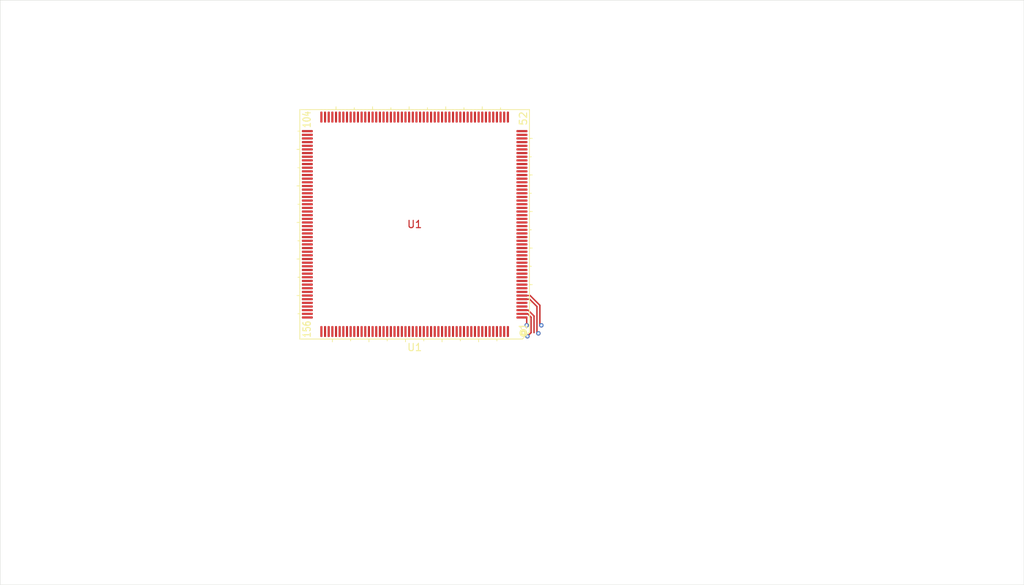
<source format=kicad_pcb>
(kicad_pcb (version 20241229) (generator "pcbnew") (generator_version "9.0")
  (layers (0 "F.Cu" signal) (4 "In1.Cu" signal) (6 "In2.Cu" signal) (2 "B.Cu" signal) (13 "F.Paste" user) (15 "B.Paste" user) (5 "F.SilkS" user "F.Silkscreen") (7 "B.SilkS" user "B.Silkscreen") (1 "F.Mask" user) (3 "B.Mask" user) (25 "Edge.Cuts" user))
  (net 0 "")
  (net 35 "unconnected-(U1-DATA18{slash}GPB2{slash}TCLK1-Pad6)")
  (net 37 "unconnected-(U1-VSSIO-Pad1)")
  (net 93 "unconnected-(U1-DATA14-Pad2)")
  (net 150 "unconnected-(U1-DATA19{slash}GPB3{slash}TXD1-Pad7)")
  (net 185 "unconnected-(U1-DATA15-Pad3)")
  (footprint "PCM_Package_QFP_AKL:LQFP-208_28x28mm_P0.5mm" (layer "F.Cu") (at 121.675 65.675 180)
    (property "Reference" "U1" (at 0 -16.843 0) (layer "F.SilkS"))
    (property "Value" "~" (hide yes))
    (fp_line (start 15.954 12.75) (end 15.702 12.75) (stroke (width 0.12)) (layer "F.SilkS"))
    (fp_line (start 15.702 10.25) (end 16.081 10.25) (stroke (width 0.12)) (layer "F.SilkS"))
    (fp_line (start 15.702 7.75) (end 15.954 7.75) (stroke (width 0.12)) (layer "F.SilkS"))
    (fp_line (start 15.702 5.25) (end 16.081 5.25) (stroke (width 0.12)) (layer "F.SilkS"))
    (fp_line (start 15.702 2.75) (end 15.954 2.75) (stroke (width 0.12)) (layer "F.SilkS"))
    (fp_line (start 15.702 0.25) (end 16.081 0.25) (stroke (width 0.12)) (layer "F.SilkS"))
    (fp_line (start 15.702 -2.25) (end 15.954 -2.25) (stroke (width 0.12)) (layer "F.SilkS"))
    (fp_line (start 15.702 -4.75) (end 16.081 -4.75) (stroke (width 0.12)) (layer "F.SilkS"))
    (fp_line (start 15.702 -7.25) (end 15.954 -7.25) (stroke (width 0.12)) (layer "F.SilkS"))
    (fp_line (start 15.702 -9.75) (end 16.081 -9.75) (stroke (width 0.12)) (layer "F.SilkS"))
    (fp_line (start 15.702 -12.25) (end 15.954 -12.25) (stroke (width 0.12)) (layer "F.SilkS"))
    (fp_line (start 15.7 15.7) (end 15.7 -15.7) (stroke (width 0.12)) (layer "F.SilkS"))
    (fp_line (start 15.7 -15.7) (end -14.732 -15.7) (stroke (width 0.12)) (layer "F.SilkS"))
    (fp_line (start 11.25 -15.702) (end 11.25 -16.081) (stroke (width 0.12)) (layer "F.SilkS"))
    (fp_line (start 10.75 15.702) (end 10.75 16.081) (stroke (width 0.12)) (layer "F.SilkS"))
    (fp_line (start 8.75 -15.702) (end 8.75 -15.954) (stroke (width 0.12)) (layer "F.SilkS"))
    (fp_line (start 8.25 15.702) (end 8.25 15.954) (stroke (width 0.12)) (layer "F.SilkS"))
    (fp_line (start 6.25 -15.702) (end 6.25 -16.081) (stroke (width 0.12)) (layer "F.SilkS"))
    (fp_line (start 5.75 15.702) (end 5.75 16.081) (stroke (width 0.12)) (layer "F.SilkS"))
    (fp_line (start 3.75 -15.702) (end 3.75 -15.954) (stroke (width 0.12)) (layer "F.SilkS"))
    (fp_line (start 3.25 15.702) (end 3.25 15.954) (stroke (width 0.12)) (layer "F.SilkS"))
    (fp_line (start 1.25 -15.702) (end 1.25 -16.081) (stroke (width 0.12)) (layer "F.SilkS"))
    (fp_line (start 0.75 15.702) (end 0.75 16.081) (stroke (width 0.12)) (layer "F.SilkS"))
    (fp_line (start -1.25 -15.702) (end -1.25 -15.954) (stroke (width 0.12)) (layer "F.SilkS"))
    (fp_line (start -1.75 15.702) (end -1.75 15.954) (stroke (width 0.12)) (layer "F.SilkS"))
    (fp_line (start -3.75 -15.702) (end -3.75 -16.081) (stroke (width 0.12)) (layer "F.SilkS"))
    (fp_line (start -4.25 15.702) (end -4.25 16.081) (stroke (width 0.12)) (layer "F.SilkS"))
    (fp_line (start -6.25 -15.702) (end -6.25 -15.954) (stroke (width 0.12)) (layer "F.SilkS"))
    (fp_line (start -6.75 15.702) (end -6.75 15.954) (stroke (width 0.12)) (layer "F.SilkS"))
    (fp_line (start -8.75 -15.702) (end -8.75 -16.081) (stroke (width 0.12)) (layer "F.SilkS"))
    (fp_line (start -9.25 15.702) (end -9.25 16.081) (stroke (width 0.12)) (layer "F.SilkS"))
    (fp_line (start -11.25 -15.702) (end -11.25 -15.954) (stroke (width 0.12)) (layer "F.SilkS"))
    (fp_line (start -11.75 15.7) (end -11.75 15.954) (stroke (width 0.12)) (layer "F.SilkS"))
    (fp_line (start -14.732 -15.7) (end -15.7 -14.732) (stroke (width 0.12)) (layer "F.SilkS"))
    (fp_line (start -15.7 15.7) (end 15.7 15.7) (stroke (width 0.12)) (layer "F.SilkS"))
    (fp_line (start -15.7 -5.75) (end -15.954 -5.75) (stroke (width 0.12)) (layer "F.SilkS"))
    (fp_line (start -15.7 -8.25) (end -16.081 -8.25) (stroke (width 0.12)) (layer "F.SilkS"))
    (fp_line (start -15.7 -14.732) (end -15.7 15.7) (stroke (width 0.12)) (layer "F.SilkS"))
    (fp_line (start -15.702 11.75) (end -16.081 11.75) (stroke (width 0.12)) (layer "F.SilkS"))
    (fp_line (start -15.702 9.25) (end -15.954 9.25) (stroke (width 0.12)) (layer "F.SilkS"))
    (fp_line (start -15.702 6.75) (end -16.081 6.75) (stroke (width 0.12)) (layer "F.SilkS"))
    (fp_line (start -15.702 4.25) (end -15.954 4.25) (stroke (width 0.12)) (layer "F.SilkS"))
    (fp_line (start -15.702 1.75) (end -16.081 1.75) (stroke (width 0.12)) (layer "F.SilkS"))
    (fp_line (start -15.702 -0.75) (end -15.954 -0.75) (stroke (width 0.12)) (layer "F.SilkS"))
    (fp_line (start -15.702 -3.25) (end -16.081 -3.25) (stroke (width 0.12)) (layer "F.SilkS"))
    (fp_line (start -15.702 -10.75) (end -15.954 -10.75) (stroke (width 0.12)) (layer "F.SilkS"))
    (fp_circle (center -14.859 -14.859) (end -14.732 -14.859) (stroke (width 0.4)) (fill no) (layer "F.SilkS"))
    (fp_text user "U1" (at 0 0 0) (layer "F.Cu"))
    (fp_text user "1" (at -14.859 -13.97 90) (layer "F.SilkS"))
    (fp_text user "104" (at 14.732 14.351 90) (layer "F.SilkS") (effects (font (size 1 0.8))))
    (fp_text user "52" (at -14.859 14.478 90) (layer "F.SilkS"))
    (fp_text user "156" (at 14.732 -14.351 90) (layer "F.SilkS") (effects (font (size 1 0.8))))
    (pad "1" smd roundrect (at -14.675 -12.75 180) (size 1.5 0.3) (layers "F.Cu" "F.Mask" "F.Paste") (net 37 "unconnected-(U1-VSSIO-Pad1)"))
    (pad "2" smd roundrect (at -14.675 -12.25 180) (size 1.5 0.3) (layers "F.Cu" "F.Mask" "F.Paste") (net 93 "unconnected-(U1-DATA14-Pad2)"))
    (pad "3" smd roundrect (at -14.675 -11.75 180) (size 1.5 0.3) (layers "F.Cu" "F.Mask" "F.Paste") (net 185 "unconnected-(U1-DATA15-Pad3)"))
    (pad "4" smd roundrect (at -14.675 -11.25 180) (size 1.5 0.3) (layers "F.Cu" "F.Mask" "F.Paste"))
    (pad "5" smd roundrect (at -14.675 -10.75 180) (size 1.5 0.3) (layers "F.Cu" "F.Mask" "F.Paste"))
    (pad "6" smd roundrect (at -14.675 -10.25 180) (size 1.5 0.3) (layers "F.Cu" "F.Mask" "F.Paste") (net 35 "unconnected-(U1-DATA18{slash}GPB2{slash}TCLK1-Pad6)"))
    (pad "7" smd roundrect (at -14.675 -9.75 180) (size 1.5 0.3) (layers "F.Cu" "F.Mask" "F.Paste") (net 150 "unconnected-(U1-DATA19{slash}GPB3{slash}TXD1-Pad7)"))
    (pad "8" smd roundrect (at -14.675 -9.25 180) (size 1.5 0.3) (layers "F.Cu" "F.Mask" "F.Paste"))
    (pad "9" smd roundrect (at -14.675 -8.75 180) (size 1.5 0.3) (layers "F.Cu" "F.Mask" "F.Paste"))
    (pad "10" smd roundrect (at -14.675 -8.25 180) (size 1.5 0.3) (layers "F.Cu" "F.Mask" "F.Paste"))
    (pad "11" smd roundrect (at -14.675 -7.75 180) (size 1.5 0.3) (layers "F.Cu" "F.Mask" "F.Paste"))
    (pad "12" smd roundrect (at -14.675 -7.25 180) (size 1.5 0.3) (layers "F.Cu" "F.Mask" "F.Paste"))
    (pad "13" smd roundrect (at -14.675 -6.75 180) (size 1.5 0.3) (layers "F.Cu" "F.Mask" "F.Paste"))
    (pad "14" smd roundrect (at -14.675 -6.25 180) (size 1.5 0.3) (layers "F.Cu" "F.Mask" "F.Paste"))
    (pad "15" smd roundrect (at -14.675 -5.75 180) (size 1.5 0.3) (layers "F.Cu" "F.Mask" "F.Paste"))
    (pad "16" smd roundrect (at -14.675 -5.25 180) (size 1.5 0.3) (layers "F.Cu" "F.Mask" "F.Paste"))
    (pad "17" smd roundrect (at -14.675 -4.75 180) (size 1.5 0.3) (layers "F.Cu" "F.Mask" "F.Paste"))
    (pad "18" smd roundrect (at -14.675 -4.25 180) (size 1.5 0.3) (layers "F.Cu" "F.Mask" "F.Paste"))
    (pad "19" smd roundrect (at -14.675 -3.75 180) (size 1.5 0.3) (layers "F.Cu" "F.Mask" "F.Paste"))
    (pad "20" smd roundrect (at -14.675 -3.25 180) (size 1.5 0.3) (layers "F.Cu" "F.Mask" "F.Paste"))
    (pad "21" smd roundrect (at -14.675 -2.75 180) (size 1.5 0.3) (layers "F.Cu" "F.Mask" "F.Paste"))
    (pad "22" smd roundrect (at -14.675 -2.25 180) (size 1.5 0.3) (layers "F.Cu" "F.Mask" "F.Paste"))
    (pad "23" smd roundrect (at -14.675 -1.75 180) (size 1.5 0.3) (layers "F.Cu" "F.Mask" "F.Paste"))
    (pad "24" smd roundrect (at -14.675 -1.25 180) (size 1.5 0.3) (layers "F.Cu" "F.Mask" "F.Paste"))
    (pad "25" smd roundrect (at -14.675 -0.75 180) (size 1.5 0.3) (layers "F.Cu" "F.Mask" "F.Paste"))
    (pad "26" smd roundrect (at -14.675 -0.25 180) (size 1.5 0.3) (layers "F.Cu" "F.Mask" "F.Paste"))
    (pad "27" smd roundrect (at -14.675 0.25 180) (size 1.5 0.3) (layers "F.Cu" "F.Mask" "F.Paste"))
    (pad "28" smd roundrect (at -14.675 0.75 180) (size 1.5 0.3) (layers "F.Cu" "F.Mask" "F.Paste"))
    (pad "29" smd roundrect (at -14.675 1.25 180) (size 1.5 0.3) (layers "F.Cu" "F.Mask" "F.Paste"))
    (pad "30" smd roundrect (at -14.675 1.75 180) (size 1.5 0.3) (layers "F.Cu" "F.Mask" "F.Paste"))
    (pad "31" smd roundrect (at -14.675 2.25 180) (size 1.5 0.3) (layers "F.Cu" "F.Mask" "F.Paste"))
    (pad "32" smd roundrect (at -14.675 2.75 180) (size 1.5 0.3) (layers "F.Cu" "F.Mask" "F.Paste"))
    (pad "33" smd roundrect (at -14.675 3.25 180) (size 1.5 0.3) (layers "F.Cu" "F.Mask" "F.Paste"))
    (pad "34" smd roundrect (at -14.675 3.75 180) (size 1.5 0.3) (layers "F.Cu" "F.Mask" "F.Paste"))
    (pad "35" smd roundrect (at -14.675 4.25 180) (size 1.5 0.3) (layers "F.Cu" "F.Mask" "F.Paste"))
    (pad "36" smd roundrect (at -14.675 4.75 180) (size 1.5 0.3) (layers "F.Cu" "F.Mask" "F.Paste"))
    (pad "37" smd roundrect (at -14.675 5.25 180) (size 1.5 0.3) (layers "F.Cu" "F.Mask" "F.Paste"))
    (pad "38" smd roundrect (at -14.675 5.75 180) (size 1.5 0.3) (layers "F.Cu" "F.Mask" "F.Paste"))
    (pad "39" smd roundrect (at -14.675 6.25 180) (size 1.5 0.3) (layers "F.Cu" "F.Mask" "F.Paste"))
    (pad "40" smd roundrect (at -14.675 6.75 180) (size 1.5 0.3) (layers "F.Cu" "F.Mask" "F.Paste"))
    (pad "41" smd roundrect (at -14.675 7.25 180) (size 1.5 0.3) (layers "F.Cu" "F.Mask" "F.Paste"))
    (pad "42" smd roundrect (at -14.675 7.75 180) (size 1.5 0.3) (layers "F.Cu" "F.Mask" "F.Paste"))
    (pad "43" smd roundrect (at -14.675 8.25 180) (size 1.5 0.3) (layers "F.Cu" "F.Mask" "F.Paste"))
    (pad "44" smd roundrect (at -14.675 8.75 180) (size 1.5 0.3) (layers "F.Cu" "F.Mask" "F.Paste"))
    (pad "45" smd roundrect (at -14.675 9.25 180) (size 1.5 0.3) (layers "F.Cu" "F.Mask" "F.Paste"))
    (pad "46" smd roundrect (at -14.675 9.75 180) (size 1.5 0.3) (layers "F.Cu" "F.Mask" "F.Paste"))
    (pad "47" smd roundrect (at -14.675 10.25 180) (size 1.5 0.3) (layers "F.Cu" "F.Mask" "F.Paste"))
    (pad "48" smd roundrect (at -14.675 10.75 180) (size 1.5 0.3) (layers "F.Cu" "F.Mask" "F.Paste"))
    (pad "49" smd roundrect (at -14.675 11.25 180) (size 1.5 0.3) (layers "F.Cu" "F.Mask" "F.Paste"))
    (pad "50" smd roundrect (at -14.675 11.75 180) (size 1.5 0.3) (layers "F.Cu" "F.Mask" "F.Paste"))
    (pad "51" smd roundrect (at -14.675 12.25 180) (size 1.5 0.3) (layers "F.Cu" "F.Mask" "F.Paste"))
    (pad "52" smd roundrect (at -14.675 12.75 180) (size 1.5 0.3) (layers "F.Cu" "F.Mask" "F.Paste"))
    (pad "53" smd roundrect (at -12.75 14.675 180) (size 0.3 1.5) (layers "F.Cu" "F.Mask" "F.Paste"))
    (pad "54" smd roundrect (at -12.25 14.675 180) (size 0.3 1.5) (layers "F.Cu" "F.Mask" "F.Paste"))
    (pad "55" smd roundrect (at -11.75 14.675 180) (size 0.3 1.5) (layers "F.Cu" "F.Mask" "F.Paste"))
    (pad "56" smd roundrect (at -11.25 14.675 180) (size 0.3 1.5) (layers "F.Cu" "F.Mask" "F.Paste"))
    (pad "57" smd roundrect (at -10.75 14.675 180) (size 0.3 1.5) (layers "F.Cu" "F.Mask" "F.Paste"))
    (pad "58" smd roundrect (at -10.25 14.675 180) (size 0.3 1.5) (layers "F.Cu" "F.Mask" "F.Paste"))
    (pad "59" smd roundrect (at -9.75 14.675 180) (size 0.3 1.5) (layers "F.Cu" "F.Mask" "F.Paste"))
    (pad "60" smd roundrect (at -9.25 14.675 180) (size 0.3 1.5) (layers "F.Cu" "F.Mask" "F.Paste"))
    (pad "61" smd roundrect (at -8.75 14.675 180) (size 0.3 1.5) (layers "F.Cu" "F.Mask" "F.Paste"))
    (pad "62" smd roundrect (at -8.25 14.675 180) (size 0.3 1.5) (layers "F.Cu" "F.Mask" "F.Paste"))
    (pad "63" smd roundrect (at -7.75 14.675 180) (size 0.3 1.5) (layers "F.Cu" "F.Mask" "F.Paste"))
    (pad "64" smd roundrect (at -7.25 14.675 180) (size 0.3 1.5) (layers "F.Cu" "F.Mask" "F.Paste"))
    (pad "65" smd roundrect (at -6.75 14.675 180) (size 0.3 1.5) (layers "F.Cu" "F.Mask" "F.Paste"))
    (pad "66" smd roundrect (at -6.25 14.675 180) (size 0.3 1.5) (layers "F.Cu" "F.Mask" "F.Paste"))
    (pad "67" smd roundrect (at -5.75 14.675 180) (size 0.3 1.5) (layers "F.Cu" "F.Mask" "F.Paste"))
    (pad "68" smd roundrect (at -5.25 14.675 180) (size 0.3 1.5) (layers "F.Cu" "F.Mask" "F.Paste"))
    (pad "69" smd roundrect (at -4.75 14.675 180) (size 0.3 1.5) (layers "F.Cu" "F.Mask" "F.Paste"))
    (pad "70" smd roundrect (at -4.25 14.675 180) (size 0.3 1.5) (layers "F.Cu" "F.Mask" "F.Paste"))
    (pad "71" smd roundrect (at -3.75 14.675 180) (size 0.3 1.5) (layers "F.Cu" "F.Mask" "F.Paste"))
    (pad "72" smd roundrect (at -3.25 14.675 180) (size 0.3 1.5) (layers "F.Cu" "F.Mask" "F.Paste"))
    (pad "73" smd roundrect (at -2.75 14.675 180) (size 0.3 1.5) (layers "F.Cu" "F.Mask" "F.Paste"))
    (pad "74" smd roundrect (at -2.25 14.675 180) (size 0.3 1.5) (layers "F.Cu" "F.Mask" "F.Paste"))
    (pad "75" smd roundrect (at -1.75 14.675 180) (size 0.3 1.5) (layers "F.Cu" "F.Mask" "F.Paste"))
    (pad "76" smd roundrect (at -1.25 14.675 180) (size 0.3 1.5) (layers "F.Cu" "F.Mask" "F.Paste"))
    (pad "77" smd roundrect (at -0.75 14.675 180) (size 0.3 1.5) (layers "F.Cu" "F.Mask" "F.Paste"))
    (pad "78" smd roundrect (at -0.25 14.675 180) (size 0.3 1.5) (layers "F.Cu" "F.Mask" "F.Paste"))
    (pad "79" smd roundrect (at 0.25 14.675 180) (size 0.3 1.5) (layers "F.Cu" "F.Mask" "F.Paste"))
    (pad "80" smd roundrect (at 0.75 14.675 180) (size 0.3 1.5) (layers "F.Cu" "F.Mask" "F.Paste"))
    (pad "81" smd roundrect (at 1.25 14.675 180) (size 0.3 1.5) (layers "F.Cu" "F.Mask" "F.Paste"))
    (pad "82" smd roundrect (at 1.75 14.675 180) (size 0.3 1.5) (layers "F.Cu" "F.Mask" "F.Paste"))
    (pad "83" smd roundrect (at 2.25 14.675 180) (size 0.3 1.5) (layers "F.Cu" "F.Mask" "F.Paste"))
    (pad "84" smd roundrect (at 2.75 14.675 180) (size 0.3 1.5) (layers "F.Cu" "F.Mask" "F.Paste"))
    (pad "85" smd roundrect (at 3.25 14.675 180) (size 0.3 1.5) (layers "F.Cu" "F.Mask" "F.Paste"))
    (pad "86" smd roundrect (at 3.75 14.675 180) (size 0.3 1.5) (layers "F.Cu" "F.Mask" "F.Paste"))
    (pad "87" smd roundrect (at 4.25 14.675 180) (size 0.3 1.5) (layers "F.Cu" "F.Mask" "F.Paste"))
    (pad "88" smd roundrect (at 4.75 14.675 180) (size 0.3 1.5) (layers "F.Cu" "F.Mask" "F.Paste"))
    (pad "89" smd roundrect (at 5.25 14.675 180) (size 0.3 1.5) (layers "F.Cu" "F.Mask" "F.Paste"))
    (pad "90" smd roundrect (at 5.75 14.675 180) (size 0.3 1.5) (layers "F.Cu" "F.Mask" "F.Paste"))
    (pad "91" smd roundrect (at 6.25 14.675 180) (size 0.3 1.5) (layers "F.Cu" "F.Mask" "F.Paste"))
    (pad "92" smd roundrect (at 6.75 14.675 180) (size 0.3 1.5) (layers "F.Cu" "F.Mask" "F.Paste"))
    (pad "93" smd roundrect (at 7.25 14.675 180) (size 0.3 1.5) (layers "F.Cu" "F.Mask" "F.Paste"))
    (pad "94" smd roundrect (at 7.75 14.675 180) (size 0.3 1.5) (layers "F.Cu" "F.Mask" "F.Paste"))
    (pad "95" smd roundrect (at 8.25 14.675 180) (size 0.3 1.5) (layers "F.Cu" "F.Mask" "F.Paste"))
    (pad "96" smd roundrect (at 8.75 14.675 180) (size 0.3 1.5) (layers "F.Cu" "F.Mask" "F.Paste"))
    (pad "97" smd roundrect (at 9.25 14.675 180) (size 0.3 1.5) (layers "F.Cu" "F.Mask" "F.Paste"))
    (pad "98" smd roundrect (at 9.75 14.675 180) (size 0.3 1.5) (layers "F.Cu" "F.Mask" "F.Paste"))
    (pad "99" smd roundrect (at 10.25 14.675 180) (size 0.3 1.5) (layers "F.Cu" "F.Mask" "F.Paste"))
    (pad "100" smd roundrect (at 10.75 14.675 180) (size 0.3 1.5) (layers "F.Cu" "F.Mask" "F.Paste"))
    (pad "101" smd roundrect (at 11.25 14.675 180) (size 0.3 1.5) (layers "F.Cu" "F.Mask" "F.Paste"))
    (pad "102" smd roundrect (at 11.75 14.675 180) (size 0.3 1.5) (layers "F.Cu" "F.Mask" "F.Paste"))
    (pad "103" smd roundrect (at 12.25 14.675 180) (size 0.3 1.5) (layers "F.Cu" "F.Mask" "F.Paste"))
    (pad "104" smd roundrect (at 12.75 14.675 180) (size 0.3 1.5) (layers "F.Cu" "F.Mask" "F.Paste"))
    (pad "105" smd roundrect (at 14.675 12.75 180) (size 1.5 0.3) (layers "F.Cu" "F.Mask" "F.Paste"))
    (pad "106" smd roundrect (at 14.675 12.25 180) (size 1.5 0.3) (layers "F.Cu" "F.Mask" "F.Paste"))
    (pad "107" smd roundrect (at 14.675 11.75 180) (size 1.5 0.3) (layers "F.Cu" "F.Mask" "F.Paste"))
    (pad "108" smd roundrect (at 14.675 11.25 180) (size 1.5 0.3) (layers "F.Cu" "F.Mask" "F.Paste"))
    (pad "109" smd roundrect (at 14.675 10.75 180) (size 1.5 0.3) (layers "F.Cu" "F.Mask" "F.Paste"))
    (pad "110" smd roundrect (at 14.675 10.25 180) (size 1.5 0.3) (layers "F.Cu" "F.Mask" "F.Paste"))
    (pad "111" smd roundrect (at 14.675 9.75 180) (size 1.5 0.3) (layers "F.Cu" "F.Mask" "F.Paste"))
    (pad "112" smd roundrect (at 14.675 9.25 180) (size 1.5 0.3) (layers "F.Cu" "F.Mask" "F.Paste"))
    (pad "113" smd roundrect (at 14.675 8.75 180) (size 1.5 0.3) (layers "F.Cu" "F.Mask" "F.Paste"))
    (pad "114" smd roundrect (at 14.675 8.25 180) (size 1.5 0.3) (layers "F.Cu" "F.Mask" "F.Paste"))
    (pad "115" smd roundrect (at 14.675 7.75 180) (size 1.5 0.3) (layers "F.Cu" "F.Mask" "F.Paste"))
    (pad "116" smd roundrect (at 14.675 7.25 180) (size 1.5 0.3) (layers "F.Cu" "F.Mask" "F.Paste"))
    (pad "117" smd roundrect (at 14.675 6.75 180) (size 1.5 0.3) (layers "F.Cu" "F.Mask" "F.Paste"))
    (pad "118" smd roundrect (at 14.675 6.25 180) (size 1.5 0.3) (layers "F.Cu" "F.Mask" "F.Paste"))
    (pad "119" smd roundrect (at 14.675 5.75 180) (size 1.5 0.3) (layers "F.Cu" "F.Mask" "F.Paste"))
    (pad "120" smd roundrect (at 14.675 5.25 180) (size 1.5 0.3) (layers "F.Cu" "F.Mask" "F.Paste"))
    (pad "121" smd roundrect (at 14.675 4.75 180) (size 1.5 0.3) (layers "F.Cu" "F.Mask" "F.Paste"))
    (pad "122" smd roundrect (at 14.675 4.25 180) (size 1.5 0.3) (layers "F.Cu" "F.Mask" "F.Paste"))
    (pad "123" smd roundrect (at 14.675 3.75 180) (size 1.5 0.3) (layers "F.Cu" "F.Mask" "F.Paste"))
    (pad "124" smd roundrect (at 14.675 3.25 180) (size 1.5 0.3) (layers "F.Cu" "F.Mask" "F.Paste"))
    (pad "125" smd roundrect (at 14.675 2.75 180) (size 1.5 0.3) (layers "F.Cu" "F.Mask" "F.Paste"))
    (pad "126" smd roundrect (at 14.675 2.25 180) (size 1.5 0.3) (layers "F.Cu" "F.Mask" "F.Paste"))
    (pad "127" smd roundrect (at 14.675 1.75 180) (size 1.5 0.3) (layers "F.Cu" "F.Mask" "F.Paste"))
    (pad "128" smd roundrect (at 14.675 1.25 180) (size 1.5 0.3) (layers "F.Cu" "F.Mask" "F.Paste"))
    (pad "129" smd roundrect (at 14.675 0.75 180) (size 1.5 0.3) (layers "F.Cu" "F.Mask" "F.Paste"))
    (pad "130" smd roundrect (at 14.675 0.25 180) (size 1.5 0.3) (layers "F.Cu" "F.Mask" "F.Paste"))
    (pad "131" smd roundrect (at 14.675 -0.25 180) (size 1.5 0.3) (layers "F.Cu" "F.Mask" "F.Paste"))
    (pad "132" smd roundrect (at 14.675 -0.75 180) (size 1.5 0.3) (layers "F.Cu" "F.Mask" "F.Paste"))
    (pad "133" smd roundrect (at 14.675 -1.25 180) (size 1.5 0.3) (layers "F.Cu" "F.Mask" "F.Paste"))
    (pad "134" smd roundrect (at 14.675 -1.75 180) (size 1.5 0.3) (layers "F.Cu" "F.Mask" "F.Paste"))
    (pad "135" smd roundrect (at 14.675 -2.25 180) (size 1.5 0.3) (layers "F.Cu" "F.Mask" "F.Paste"))
    (pad "136" smd roundrect (at 14.675 -2.75 180) (size 1.5 0.3) (layers "F.Cu" "F.Mask" "F.Paste"))
    (pad "137" smd roundrect (at 14.675 -3.25 180) (size 1.5 0.3) (layers "F.Cu" "F.Mask" "F.Paste"))
    (pad "138" smd roundrect (at 14.675 -3.75 180) (size 1.5 0.3) (layers "F.Cu" "F.Mask" "F.Paste"))
    (pad "139" smd roundrect (at 14.675 -4.25 180) (size 1.5 0.3) (layers "F.Cu" "F.Mask" "F.Paste"))
    (pad "140" smd roundrect (at 14.675 -4.75 180) (size 1.5 0.3) (layers "F.Cu" "F.Mask" "F.Paste"))
    (pad "141" smd roundrect (at 14.675 -5.25 180) (size 1.5 0.3) (layers "F.Cu" "F.Mask" "F.Paste"))
    (pad "142" smd roundrect (at 14.675 -5.75 180) (size 1.5 0.3) (layers "F.Cu" "F.Mask" "F.Paste"))
    (pad "143" smd roundrect (at 14.675 -6.25 180) (size 1.5 0.3) (layers "F.Cu" "F.Mask" "F.Paste"))
    (pad "144" smd roundrect (at 14.675 -6.75 180) (size 1.5 0.3) (layers "F.Cu" "F.Mask" "F.Paste"))
    (pad "145" smd roundrect (at 14.675 -7.25 180) (size 1.5 0.3) (layers "F.Cu" "F.Mask" "F.Paste"))
    (pad "146" smd roundrect (at 14.675 -7.75 180) (size 1.5 0.3) (layers "F.Cu" "F.Mask" "F.Paste"))
    (pad "147" smd roundrect (at 14.675 -8.25 180) (size 1.5 0.3) (layers "F.Cu" "F.Mask" "F.Paste"))
    (pad "148" smd roundrect (at 14.675 -8.75 180) (size 1.5 0.3) (layers "F.Cu" "F.Mask" "F.Paste"))
    (pad "149" smd roundrect (at 14.675 -9.25 180) (size 1.5 0.3) (layers "F.Cu" "F.Mask" "F.Paste"))
    (pad "150" smd roundrect (at 14.675 -9.75 180) (size 1.5 0.3) (layers "F.Cu" "F.Mask" "F.Paste"))
    (pad "151" smd roundrect (at 14.675 -10.25 180) (size 1.5 0.3) (layers "F.Cu" "F.Mask" "F.Paste"))
    (pad "152" smd roundrect (at 14.675 -10.75 180) (size 1.5 0.3) (layers "F.Cu" "F.Mask" "F.Paste"))
    (pad "153" smd roundrect (at 14.675 -11.25 180) (size 1.5 0.3) (layers "F.Cu" "F.Mask" "F.Paste"))
    (pad "154" smd roundrect (at 14.675 -11.75 180) (size 1.5 0.3) (layers "F.Cu" "F.Mask" "F.Paste"))
    (pad "155" smd roundrect (at 14.675 -12.25 180) (size 1.5 0.3) (layers "F.Cu" "F.Mask" "F.Paste"))
    (pad "156" smd roundrect (at 14.675 -12.75 180) (size 1.5 0.3) (layers "F.Cu" "F.Mask" "F.Paste"))
    (pad "157" smd roundrect (at 12.75 -14.675 180) (size 0.3 1.5) (layers "F.Cu" "F.Mask" "F.Paste"))
    (pad "158" smd roundrect (at 12.25 -14.675 180) (size 0.3 1.5) (layers "F.Cu" "F.Mask" "F.Paste"))
    (pad "159" smd roundrect (at 11.75 -14.675 180) (size 0.3 1.5) (layers "F.Cu" "F.Mask" "F.Paste"))
    (pad "160" smd roundrect (at 11.25 -14.675 180) (size 0.3 1.5) (layers "F.Cu" "F.Mask" "F.Paste"))
    (pad "161" smd roundrect (at 10.75 -14.675 180) (size 0.3 1.5) (layers "F.Cu" "F.Mask" "F.Paste"))
    (pad "162" smd roundrect (at 10.25 -14.675 180) (size 0.3 1.5) (layers "F.Cu" "F.Mask" "F.Paste"))
    (pad "163" smd roundrect (at 9.75 -14.675 180) (size 0.3 1.5) (layers "F.Cu" "F.Mask" "F.Paste"))
    (pad "164" smd roundrect (at 9.25 -14.675 180) (size 0.3 1.5) (layers "F.Cu" "F.Mask" "F.Paste"))
    (pad "165" smd roundrect (at 8.75 -14.675 180) (size 0.3 1.5) (layers "F.Cu" "F.Mask" "F.Paste"))
    (pad "166" smd roundrect (at 8.25 -14.675 180) (size 0.3 1.5) (layers "F.Cu" "F.Mask" "F.Paste"))
    (pad "167" smd roundrect (at 7.75 -14.675 180) (size 0.3 1.5) (layers "F.Cu" "F.Mask" "F.Paste"))
    (pad "168" smd roundrect (at 7.25 -14.675 180) (size 0.3 1.5) (layers "F.Cu" "F.Mask" "F.Paste"))
    (pad "169" smd roundrect (at 6.75 -14.675 180) (size 0.3 1.5) (layers "F.Cu" "F.Mask" "F.Paste"))
    (pad "170" smd roundrect (at 6.25 -14.675 180) (size 0.3 1.5) (layers "F.Cu" "F.Mask" "F.Paste"))
    (pad "171" smd roundrect (at 5.75 -14.675 180) (size 0.3 1.5) (layers "F.Cu" "F.Mask" "F.Paste"))
    (pad "172" smd roundrect (at 5.25 -14.675 180) (size 0.3 1.5) (layers "F.Cu" "F.Mask" "F.Paste"))
    (pad "173" smd roundrect (at 4.75 -14.675 180) (size 0.3 1.5) (layers "F.Cu" "F.Mask" "F.Paste"))
    (pad "174" smd roundrect (at 4.25 -14.675 180) (size 0.3 1.5) (layers "F.Cu" "F.Mask" "F.Paste"))
    (pad "175" smd roundrect (at 3.75 -14.675 180) (size 0.3 1.5) (layers "F.Cu" "F.Mask" "F.Paste"))
    (pad "176" smd roundrect (at 3.25 -14.675 180) (size 0.3 1.5) (layers "F.Cu" "F.Mask" "F.Paste"))
    (pad "177" smd roundrect (at 2.75 -14.675 180) (size 0.3 1.5) (layers "F.Cu" "F.Mask" "F.Paste"))
    (pad "178" smd roundrect (at 2.25 -14.675 180) (size 0.3 1.5) (layers "F.Cu" "F.Mask" "F.Paste"))
    (pad "179" smd roundrect (at 1.75 -14.675 180) (size 0.3 1.5) (layers "F.Cu" "F.Mask" "F.Paste"))
    (pad "180" smd roundrect (at 1.25 -14.675 180) (size 0.3 1.5) (layers "F.Cu" "F.Mask" "F.Paste"))
    (pad "181" smd roundrect (at 0.75 -14.675 180) (size 0.3 1.5) (layers "F.Cu" "F.Mask" "F.Paste"))
    (pad "182" smd roundrect (at 0.25 -14.675 180) (size 0.3 1.5) (layers "F.Cu" "F.Mask" "F.Paste"))
    (pad "183" smd roundrect (at -0.25 -14.675 180) (size 0.3 1.5) (layers "F.Cu" "F.Mask" "F.Paste"))
    (pad "184" smd roundrect (at -0.75 -14.675 180) (size 0.3 1.5) (layers "F.Cu" "F.Mask" "F.Paste"))
    (pad "185" smd roundrect (at -1.25 -14.675 180) (size 0.3 1.5) (layers "F.Cu" "F.Mask" "F.Paste"))
    (pad "186" smd roundrect (at -1.75 -14.675 180) (size 0.3 1.5) (layers "F.Cu" "F.Mask" "F.Paste"))
    (pad "187" smd roundrect (at -2.25 -14.675 180) (size 0.3 1.5) (layers "F.Cu" "F.Mask" "F.Paste"))
    (pad "188" smd roundrect (at -2.75 -14.675 180) (size 0.3 1.5) (layers "F.Cu" "F.Mask" "F.Paste"))
    (pad "189" smd roundrect (at -3.25 -14.675 180) (size 0.3 1.5) (layers "F.Cu" "F.Mask" "F.Paste"))
    (pad "190" smd roundrect (at -3.75 -14.675 180) (size 0.3 1.5) (layers "F.Cu" "F.Mask" "F.Paste"))
    (pad "191" smd roundrect (at -4.25 -14.675 180) (size 0.3 1.5) (layers "F.Cu" "F.Mask" "F.Paste"))
    (pad "192" smd roundrect (at -4.75 -14.675 180) (size 0.3 1.5) (layers "F.Cu" "F.Mask" "F.Paste"))
    (pad "193" smd roundrect (at -5.25 -14.675 180) (size 0.3 1.5) (layers "F.Cu" "F.Mask" "F.Paste"))
    (pad "194" smd roundrect (at -5.75 -14.675 180) (size 0.3 1.5) (layers "F.Cu" "F.Mask" "F.Paste"))
    (pad "195" smd roundrect (at -6.25 -14.675 180) (size 0.3 1.5) (layers "F.Cu" "F.Mask" "F.Paste"))
    (pad "196" smd roundrect (at -6.75 -14.675 180) (size 0.3 1.5) (layers "F.Cu" "F.Mask" "F.Paste"))
    (pad "197" smd roundrect (at -7.25 -14.675 180) (size 0.3 1.5) (layers "F.Cu" "F.Mask" "F.Paste"))
    (pad "198" smd roundrect (at -7.75 -14.675 180) (size 0.3 1.5) (layers "F.Cu" "F.Mask" "F.Paste"))
    (pad "199" smd roundrect (at -8.25 -14.675 180) (size 0.3 1.5) (layers "F.Cu" "F.Mask" "F.Paste"))
    (pad "200" smd roundrect (at -8.75 -14.675 180) (size 0.3 1.5) (layers "F.Cu" "F.Mask" "F.Paste"))
    (pad "201" smd roundrect (at -9.25 -14.675 180) (size 0.3 1.5) (layers "F.Cu" "F.Mask" "F.Paste"))
    (pad "202" smd roundrect (at -9.75 -14.675 180) (size 0.3 1.5) (layers "F.Cu" "F.Mask" "F.Paste"))
    (pad "203" smd roundrect (at -10.25 -14.675 180) (size 0.3 1.5) (layers "F.Cu" "F.Mask" "F.Paste"))
    (pad "204" smd roundrect (at -10.75 -14.675 180) (size 0.3 1.5) (layers "F.Cu" "F.Mask" "F.Paste"))
    (pad "205" smd roundrect (at -11.25 -14.675 180) (size 0.3 1.5) (layers "F.Cu" "F.Mask" "F.Paste"))
    (pad "206" smd roundrect (at -11.75 -14.675 180) (size 0.3 1.5) (layers "F.Cu" "F.Mask" "F.Paste"))
    (pad "207" smd roundrect (at -12.25 -14.675 180) (size 0.3 1.5) (layers "F.Cu" "F.Mask" "F.Paste"))
    (pad "208" smd roundrect (at -12.75 -14.675 180) (size 0.3 1.5) (layers "F.Cu" "F.Mask" "F.Paste"))
  )
  (gr_rect (start 65 35) (end 205 115) (stroke (width 0.05)) (fill no) (layer "Edge.Cuts"))
  (segment (start 138.6 80.6) (end 138.403 80.403) (width 0.2) (layer "F.Cu") (net 35))
  (segment (start 138.403 80.403) (end 138.403 76.927) (width 0.2) (layer "F.Cu") (net 35))
  (segment (start 138.403 76.927) (end 137.401 75.925) (width 0.2) (layer "F.Cu") (net 35))
  (segment (start 137.401 75.925) (end 136.35 75.925) (width 0.2) (layer "F.Cu") (net 35))
  (via (at 138.6 80.6) (size 0.6) (drill 0.3) (layers "F.Cu" "B.Cu") (net 35))
  (segment (start 137 78.425) (end 137 79.5) (width 0.2) (layer "F.Cu") (net 37))
  (segment (start 136.35 78.425) (end 137 78.425) (width 0.2) (layer "F.Cu") (net 37))
  (via (at 137 79.5) (size 0.6) (drill 0.3) (layers "F.Cu" "B.Cu") (net 37))
  (segment (start 136.35 77.925) (end 137.133824 77.925) (width 0.2) (layer "F.Cu") (net 93))
  (segment (start 137.133824 77.925) (end 137.601 78.392176) (width 0.2) (layer "F.Cu") (net 93))
  (segment (start 137.601 80.499) (end 137.1 81) (width 0.2) (layer "F.Cu") (net 93))
  (segment (start 137.601 78.392176) (end 137.601 80.499) (width 0.2) (layer "F.Cu") (net 93))
  (via (at 137.1 81) (size 0.6) (drill 0.3) (layers "F.Cu" "B.Cu") (net 93))
  (segment (start 136.35 75.425) (end 137.4681 75.425) (width 0.2) (layer "F.Cu") (net 150))
  (segment (start 137.4681 75.425) (end 138.804 76.7609) (width 0.2) (layer "F.Cu") (net 150))
  (segment (start 138.804 76.7609) (end 138.804 79.301) (width 0.2) (layer "F.Cu") (net 150))
  (segment (start 138.804 79.301) (end 139.003 79.5) (width 0.2) (layer "F.Cu") (net 150))
  (via (at 139.003 79.5) (size 0.6) (drill 0.3) (layers "F.Cu" "B.Cu") (net 150))
  (segment (start 138.002 78.226076) (end 138.002 80.5) (width 0.2) (layer "F.Cu") (net 185))
  (segment (start 137.200924 77.425) (end 138.002 78.226076) (width 0.2) (layer "F.Cu") (net 185))
  (segment (start 136.35 77.425) (end 137.200924 77.425) (width 0.2) (layer "F.Cu") (net 185))
)
</source>
